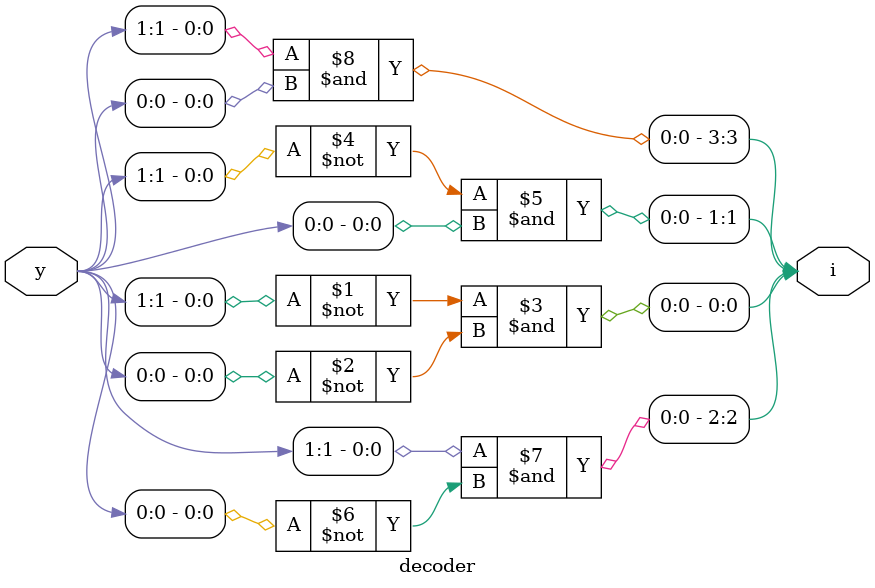
<source format=v>
module decoder(input [1:0]y, output [3:0]i);

    assign i[0]=~y[1]&~y[0];
    assign i[1]=~y[1]&y[0];
    assign i[2]=y[1]&~y[0];
    assign i[3]=y[1]&y[0];

endmodule

</source>
